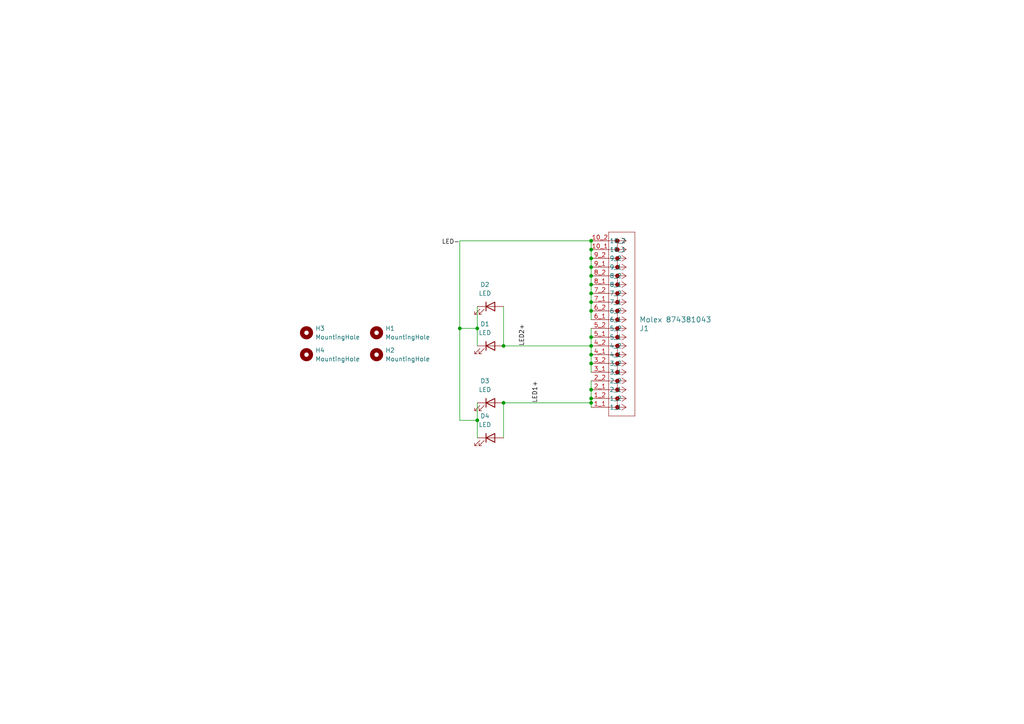
<source format=kicad_sch>
(kicad_sch (version 20250114) (generator "eeschema") (generator_version "9.0")
  (paper "A4")
  (lib_symbols
    (symbol "Device:LED" (pin_numbers (hide yes)) (pin_names (offset 1.016) (hide yes))
      (property "Reference" "D" (at 0 2.54 0))
      (property "Value" "LED" (at 0 -2.54 0))
      (symbol "LED_0_1"
        (polyline (pts (xy -3.048 -0.762) (xy -4.572 -2.286) (xy -3.81 -2.286) (xy -4.572 -2.286) (xy -4.572 -1.524)))
        (polyline (pts (xy -1.778 -0.762) (xy -3.302 -2.286) (xy -2.54 -2.286) (xy -3.302 -2.286) (xy -3.302 -1.524)))
        (polyline (pts (xy -1.27 0) (xy 1.27 0)))
        (polyline (pts (xy -1.27 -1.27) (xy -1.27 1.27)) (stroke (width 0.254)))
        (polyline (pts (xy 1.27 -1.27) (xy 1.27 1.27) (xy -1.27 0) (xy 1.27 -1.27)) (stroke (width 0.254)))
      )
      (symbol "LED_1_1"
        (pin passive line (at -3.81 0 0) (length 2.54) (name "K") (number "1"))
        (pin passive line (at 3.81 0 180) (length 2.54) (name "A") (number "2"))
      )
    )
    (symbol "Mechanical:MountingHole" (pin_names (offset 1.016)) (exclude_from_sim yes) (in_bom no)
      (property "Reference" "H" (at 0 5.08 0))
      (property "Value" "MountingHole" (at 0 3.175 0))
      (symbol "MountingHole_0_1"
        (circle (center 0 0) (radius 1.27) (stroke (width 1.27)))
      )
    )
    (symbol "MolexConnector:874381043" (pin_names (offset 0.254))
      (property "Reference" "J" (at 8.89 6.35 0))
      (property "Value" "874381043" (at 0 0 0))
      (symbol "874381043_1_1"
        (polyline (pts (xy 5.08 2.54) (xy 5.08 -50.8)) (stroke (width 0.127)))
        (polyline (pts (xy 5.08 -50.8) (xy 12.7 -50.8)) (stroke (width 0.127)))
        (polyline (pts (xy 7.62 0) (xy 7.62 -2.54)) (stroke (width 0.127)))
        (circle (center 7.62 0) (radius 0.127) (stroke (width 0.508)))
        (circle (center 7.62 -2.54) (radius 0.127) (stroke (width 0.508)))
        (polyline (pts (xy 7.62 -5.08) (xy 7.62 -7.62)) (stroke (width 0.127)))
        (circle (center 7.62 -5.08) (radius 0.127) (stroke (width 0.508)))
        (circle (center 7.62 -7.62) (radius 0.127) (stroke (width 0.508)))
        (polyline (pts (xy 7.62 -10.16) (xy 7.62 -12.7)) (stroke (width 0.127)))
        (circle (center 7.62 -10.16) (radius 0.127) (stroke (width 0.508)))
        (circle (center 7.62 -12.7) (radius 0.127) (stroke (width 0.508)))
        (polyline (pts (xy 7.62 -15.24) (xy 7.62 -17.78)) (stroke (width 0.127)))
        (circle (center 7.62 -15.24) (radius 0.127) (stroke (width 0.508)))
        (circle (center 7.62 -17.78) (radius 0.127) (stroke (width 0.508)))
        (polyline (pts (xy 7.62 -20.32) (xy 7.62 -22.86)) (stroke (width 0.127)))
        (circle (center 7.62 -20.32) (radius 0.127) (stroke (width 0.508)))
        (circle (center 7.62 -22.86) (radius 0.127) (stroke (width 0.508)))
        (polyline (pts (xy 7.62 -25.4) (xy 7.62 -27.94)) (stroke (width 0.127)))
        (circle (center 7.62 -25.4) (radius 0.127) (stroke (width 0.508)))
        (circle (center 7.62 -27.94) (radius 0.127) (stroke (width 0.508)))
        (polyline (pts (xy 7.62 -30.48) (xy 7.62 -33.02)) (stroke (width 0.127)))
        (circle (center 7.62 -30.48) (radius 0.127) (stroke (width 0.508)))
        (circle (center 7.62 -33.02) (radius 0.127) (stroke (width 0.508)))
        (polyline (pts (xy 7.62 -35.56) (xy 7.62 -38.1)) (stroke (width 0.127)))
        (circle (center 7.62 -35.56) (radius 0.127) (stroke (width 0.508)))
        (circle (center 7.62 -38.1) (radius 0.127) (stroke (width 0.508)))
        (polyline (pts (xy 7.62 -40.64) (xy 7.62 -43.18)) (stroke (width 0.127)))
        (circle (center 7.62 -40.64) (radius 0.127) (stroke (width 0.508)))
        (circle (center 7.62 -43.18) (radius 0.127) (stroke (width 0.508)))
        (polyline (pts (xy 7.62 -45.72) (xy 7.62 -48.26)) (stroke (width 0.127)))
        (circle (center 7.62 -45.72) (radius 0.127) (stroke (width 0.508)))
        (circle (center 7.62 -48.26) (radius 0.127) (stroke (width 0.508)))
        (polyline (pts (xy 10.16 0) (xy 5.08 0)) (stroke (width 0.127)))
        (polyline (pts (xy 10.16 0) (xy 8.89 0.8467)) (stroke (width 0.127)))
        (polyline (pts (xy 10.16 0) (xy 8.89 -0.8467)) (stroke (width 0.127)))
        (polyline (pts (xy 10.16 -2.54) (xy 5.08 -2.54)) (stroke (width 0.127)))
        (polyline (pts (xy 10.16 -2.54) (xy 8.89 -1.6933)) (stroke (width 0.127)))
        (polyline (pts (xy 10.16 -2.54) (xy 8.89 -3.3867)) (stroke (width 0.127)))
        (polyline (pts (xy 10.16 -5.08) (xy 5.08 -5.08)) (stroke (width 0.127)))
        (polyline (pts (xy 10.16 -5.08) (xy 8.89 -4.2333)) (stroke (width 0.127)))
        (polyline (pts (xy 10.16 -5.08) (xy 8.89 -5.9267)) (stroke (width 0.127)))
        (polyline (pts (xy 10.16 -7.62) (xy 5.08 -7.62)) (stroke (width 0.127)))
        (polyline (pts (xy 10.16 -7.62) (xy 8.89 -6.7733)) (stroke (width 0.127)))
        (polyline (pts (xy 10.16 -7.62) (xy 8.89 -8.4667)) (stroke (width 0.127)))
        (polyline (pts (xy 10.16 -10.16) (xy 5.08 -10.16)) (stroke (width 0.127)))
        (polyline (pts (xy 10.16 -10.16) (xy 8.89 -9.3133)) (stroke (width 0.127)))
        (polyline (pts (xy 10.16 -10.16) (xy 8.89 -11.0067)) (stroke (width 0.127)))
        (polyline (pts (xy 10.16 -12.7) (xy 5.08 -12.7)) (stroke (width 0.127)))
        (polyline (pts (xy 10.16 -12.7) (xy 8.89 -11.8533)) (stroke (width 0.127)))
        (polyline (pts (xy 10.16 -12.7) (xy 8.89 -13.5467)) (stroke (width 0.127)))
        (polyline (pts (xy 10.16 -15.24) (xy 5.08 -15.24)) (stroke (width 0.127)))
        (polyline (pts (xy 10.16 -15.24) (xy 8.89 -14.3933)) (stroke (width 0.127)))
        (polyline (pts (xy 10.16 -15.24) (xy 8.89 -16.0867)) (stroke (width 0.127)))
        (polyline (pts (xy 10.16 -17.78) (xy 5.08 -17.78)) (stroke (width 0.127)))
        (polyline (pts (xy 10.16 -17.78) (xy 8.89 -16.9333)) (stroke (width 0.127)))
        (polyline (pts (xy 10.16 -17.78) (xy 8.89 -18.6267)) (stroke (width 0.127)))
        (polyline (pts (xy 10.16 -20.32) (xy 5.08 -20.32)) (stroke (width 0.127)))
        (polyline (pts (xy 10.16 -20.32) (xy 8.89 -19.4733)) (stroke (width 0.127)))
        (polyline (pts (xy 10.16 -20.32) (xy 8.89 -21.1667)) (stroke (width 0.127)))
        (polyline (pts (xy 10.16 -22.86) (xy 5.08 -22.86)) (stroke (width 0.127)))
        (polyline (pts (xy 10.16 -22.86) (xy 8.89 -22.0133)) (stroke (width 0.127)))
        (polyline (pts (xy 10.16 -22.86) (xy 8.89 -23.7067)) (stroke (width 0.127)))
        (polyline (pts (xy 10.16 -25.4) (xy 5.08 -25.4)) (stroke (width 0.127)))
        (polyline (pts (xy 10.16 -25.4) (xy 8.89 -24.5533)) (stroke (width 0.127)))
        (polyline (pts (xy 10.16 -25.4) (xy 8.89 -26.2467)) (stroke (width 0.127)))
        (polyline (pts (xy 10.16 -27.94) (xy 5.08 -27.94)) (stroke (width 0.127)))
        (polyline (pts (xy 10.16 -27.94) (xy 8.89 -27.0933)) (stroke (width 0.127)))
        (polyline (pts (xy 10.16 -27.94) (xy 8.89 -28.7867)) (stroke (width 0.127)))
        (polyline (pts (xy 10.16 -30.48) (xy 5.08 -30.48)) (stroke (width 0.127)))
        (polyline (pts (xy 10.16 -30.48) (xy 8.89 -29.6333)) (stroke (width 0.127)))
        (polyline (pts (xy 10.16 -30.48) (xy 8.89 -31.3267)) (stroke (width 0.127)))
        (polyline (pts (xy 10.16 -33.02) (xy 5.08 -33.02)) (stroke (width 0.127)))
        (polyline (pts (xy 10.16 -33.02) (xy 8.89 -32.1733)) (stroke (width 0.127)))
        (polyline (pts (xy 10.16 -33.02) (xy 8.89 -33.8667)) (stroke (width 0.127)))
        (polyline (pts (xy 10.16 -35.56) (xy 5.08 -35.56)) (stroke (width 0.127)))
        (polyline (pts (xy 10.16 -35.56) (xy 8.89 -34.7133)) (stroke (width 0.127)))
        (polyline (pts (xy 10.16 -35.56) (xy 8.89 -36.4067)) (stroke (width 0.127)))
        (polyline (pts (xy 10.16 -38.1) (xy 5.08 -38.1)) (stroke (width 0.127)))
        (polyline (pts (xy 10.16 -38.1) (xy 8.89 -37.2533)) (stroke (width 0.127)))
        (polyline (pts (xy 10.16 -38.1) (xy 8.89 -38.9467)) (stroke (width 0.127)))
        (polyline (pts (xy 10.16 -40.64) (xy 5.08 -40.64)) (stroke (width 0.127)))
        (polyline (pts (xy 10.16 -40.64) (xy 8.89 -39.7933)) (stroke (width 0.127)))
        (polyline (pts (xy 10.16 -40.64) (xy 8.89 -41.4867)) (stroke (width 0.127)))
        (polyline (pts (xy 10.16 -43.18) (xy 5.08 -43.18)) (stroke (width 0.127)))
        (polyline (pts (xy 10.16 -43.18) (xy 8.89 -42.3333)) (stroke (width 0.127)))
        (polyline (pts (xy 10.16 -43.18) (xy 8.89 -44.0267)) (stroke (width 0.127)))
        (polyline (pts (xy 10.16 -45.72) (xy 5.08 -45.72)) (stroke (width 0.127)))
        (polyline (pts (xy 10.16 -45.72) (xy 8.89 -44.8733)) (stroke (width 0.127)))
        (polyline (pts (xy 10.16 -45.72) (xy 8.89 -46.5667)) (stroke (width 0.127)))
        (polyline (pts (xy 10.16 -48.26) (xy 5.08 -48.26)) (stroke (width 0.127)))
        (polyline (pts (xy 10.16 -48.26) (xy 8.89 -47.4133)) (stroke (width 0.127)))
        (polyline (pts (xy 10.16 -48.26) (xy 8.89 -49.1067)) (stroke (width 0.127)))
        (polyline (pts (xy 12.7 2.54) (xy 5.08 2.54)) (stroke (width 0.127)))
        (polyline (pts (xy 12.7 -50.8) (xy 12.7 2.54)) (stroke (width 0.127)))
        (pin unspecified line (at 0 0 0) (length 5.08) (name "1_1") (number "1_1"))
        (pin unspecified line (at 0 -2.54 0) (length 5.08) (name "1_2") (number "1_2"))
        (pin unspecified line (at 0 -5.08 0) (length 5.08) (name "2_1") (number "2_1"))
        (pin unspecified line (at 0 -7.62 0) (length 5.08) (name "2_2") (number "2_2"))
        (pin unspecified line (at 0 -10.16 0) (length 5.08) (name "3_1") (number "3_1"))
        (pin unspecified line (at 0 -12.7 0) (length 5.08) (name "3_2") (number "3_2"))
        (pin unspecified line (at 0 -15.24 0) (length 5.08) (name "4_1") (number "4_1"))
        (pin unspecified line (at 0 -17.78 0) (length 5.08) (name "4_2") (number "4_2"))
        (pin unspecified line (at 0 -20.32 0) (length 5.08) (name "5_1") (number "5_1"))
        (pin unspecified line (at 0 -22.86 0) (length 5.08) (name "5_2") (number "5_2"))
        (pin unspecified line (at 0 -25.4 0) (length 5.08) (name "6_1") (number "6_1"))
        (pin unspecified line (at 0 -27.94 0) (length 5.08) (name "6_2") (number "6_2"))
        (pin unspecified line (at 0 -30.48 0) (length 5.08) (name "7_1") (number "7_1"))
        (pin unspecified line (at 0 -33.02 0) (length 5.08) (name "7_2") (number "7_2"))
        (pin unspecified line (at 0 -35.56 0) (length 5.08) (name "8_1") (number "8_1"))
        (pin unspecified line (at 0 -38.1 0) (length 5.08) (name "8_2") (number "8_2"))
        (pin unspecified line (at 0 -40.64 0) (length 5.08) (name "9_1") (number "9_1"))
        (pin unspecified line (at 0 -43.18 0) (length 5.08) (name "9_2") (number "9_2"))
        (pin unspecified line (at 0 -45.72 0) (length 5.08) (name "10_1") (number "10_1"))
        (pin unspecified line (at 0 -48.26 0) (length 5.08) (name "10_2") (number "10_2"))
      )
      (symbol "874381043_1_2"
        (polyline (pts (xy 5.08 2.54) (xy 5.08 -50.8)) (stroke (width 0.127)))
        (polyline (pts (xy 5.08 -50.8) (xy 12.7 -50.8)) (stroke (width 0.127)))
        (polyline (pts (xy 6.35 0) (xy 6.35 -2.54)) (stroke (width 0.127)))
        (circle (center 6.35 0) (radius 0.127) (stroke (width 0.508)))
        (circle (center 6.35 -2.54) (radius 0.127) (stroke (width 0.508)))
        (polyline (pts (xy 6.35 -5.08) (xy 6.35 -7.62)) (stroke (width 0.127)))
        (circle (center 6.35 -5.08) (radius 0.127) (stroke (width 0.508)))
        (circle (center 6.35 -7.62) (radius 0.127) (stroke (width 0.508)))
        (polyline (pts (xy 6.35 -10.16) (xy 6.35 -12.7)) (stroke (width 0.127)))
        (circle (center 6.35 -10.16) (radius 0.127) (stroke (width 0.508)))
        (circle (center 6.35 -12.7) (radius 0.127) (stroke (width 0.508)))
        (polyline (pts (xy 6.35 -15.24) (xy 6.35 -17.78)) (stroke (width 0.127)))
        (circle (center 6.35 -15.24) (radius 0.127) (stroke (width 0.508)))
        (circle (center 6.35 -17.78) (radius 0.127) (stroke (width 0.508)))
        (polyline (pts (xy 6.35 -20.32) (xy 6.35 -22.86)) (stroke (width 0.127)))
        (circle (center 6.35 -20.32) (radius 0.127) (stroke (width 0.508)))
        (circle (center 6.35 -22.86) (radius 0.127) (stroke (width 0.508)))
        (polyline (pts (xy 6.35 -25.4) (xy 6.35 -27.94)) (stroke (width 0.127)))
        (circle (center 6.35 -25.4) (radius 0.127) (stroke (width 0.508)))
        (circle (center 6.35 -27.94) (radius 0.127) (stroke (width 0.508)))
        (polyline (pts (xy 6.35 -30.48) (xy 6.35 -33.02)) (stroke (width 0.127)))
        (circle (center 6.35 -30.48) (radius 0.127) (stroke (width 0.508)))
        (circle (center 6.35 -33.02) (radius 0.127) (stroke (width 0.508)))
        (polyline (pts (xy 6.35 -35.56) (xy 6.35 -38.1)) (stroke (width 0.127)))
        (circle (center 6.35 -35.56) (radius 0.127) (stroke (width 0.508)))
        (circle (center 6.35 -38.1) (radius 0.127) (stroke (width 0.508)))
        (polyline (pts (xy 6.35 -40.64) (xy 6.35 -43.18)) (stroke (width 0.127)))
        (circle (center 6.35 -40.64) (radius 0.127) (stroke (width 0.508)))
        (circle (center 6.35 -43.18) (radius 0.127) (stroke (width 0.508)))
        (polyline (pts (xy 6.35 -45.72) (xy 6.35 -48.26)) (stroke (width 0.127)))
        (circle (center 6.35 -45.72) (radius 0.127) (stroke (width 0.508)))
        (circle (center 6.35 -48.26) (radius 0.127) (stroke (width 0.508)))
        (polyline (pts (xy 7.62 0) (xy 5.08 0)) (stroke (width 0.127)))
        (polyline (pts (xy 7.62 0) (xy 8.89 0.8467)) (stroke (width 0.127)))
        (polyline (pts (xy 7.62 0) (xy 8.89 -0.8467)) (stroke (width 0.127)))
        (polyline (pts (xy 7.62 -2.54) (xy 5.08 -2.54)) (stroke (width 0.127)))
        (polyline (pts (xy 7.62 -2.54) (xy 8.89 -1.6933)) (stroke (width 0.127)))
        (polyline (pts (xy 7.62 -2.54) (xy 8.89 -3.3867)) (stroke (width 0.127)))
        (polyline (pts (xy 7.62 -5.08) (xy 5.08 -5.08)) (stroke (width 0.127)))
        (polyline (pts (xy 7.62 -5.08) (xy 8.89 -4.2333)) (stroke (width 0.127)))
        (polyline (pts (xy 7.62 -5.08) (xy 8.89 -5.9267)) (stroke (width 0.127)))
        (polyline (pts (xy 7.62 -7.62) (xy 5.08 -7.62)) (stroke (width 0.127)))
        (polyline (pts (xy 7.62 -7.62) (xy 8.89 -6.7733)) (stroke (width 0.127)))
        (polyline (pts (xy 7.62 -7.62) (xy 8.89 -8.4667)) (stroke (width 0.127)))
        (polyline (pts (xy 7.62 -10.16) (xy 5.08 -10.16)) (stroke (width 0.127)))
        (polyline (pts (xy 7.62 -10.16) (xy 8.89 -9.3133)) (stroke (width 0.127)))
        (polyline (pts (xy 7.62 -10.16) (xy 8.89 -11.0067)) (stroke (width 0.127)))
        (polyline (pts (xy 7.62 -12.7) (xy 5.08 -12.7)) (stroke (width 0.127)))
        (polyline (pts (xy 7.62 -12.7) (xy 8.89 -11.8533)) (stroke (width 0.127)))
        (polyline (pts (xy 7.62 -12.7) (xy 8.89 -13.5467)) (stroke (width 0.127)))
        (polyline (pts (xy 7.62 -15.24) (xy 5.08 -15.24)) (stroke (width 0.127)))
        (polyline (pts (xy 7.62 -15.24) (xy 8.89 -14.3933)) (stroke (width 0.127)))
        (polyline (pts (xy 7.62 -15.24) (xy 8.89 -16.0867)) (stroke (width 0.127)))
        (polyline (pts (xy 7.62 -17.78) (xy 5.08 -17.78)) (stroke (width 0.127)))
        (polyline (pts (xy 7.62 -17.78) (xy 8.89 -16.9333)) (stroke (width 0.127)))
        (polyline (pts (xy 7.62 -17.78) (xy 8.89 -18.6267)) (stroke (width 0.127)))
        (polyline (pts (xy 7.62 -20.32) (xy 5.08 -20.32)) (stroke (width 0.127)))
        (polyline (pts (xy 7.62 -20.32) (xy 8.89 -19.4733)) (stroke (width 0.127)))
        (polyline (pts (xy 7.62 -20.32) (xy 8.89 -21.1667)) (stroke (width 0.127)))
        (polyline (pts (xy 7.62 -22.86) (xy 5.08 -22.86)) (stroke (width 0.127)))
        (polyline (pts (xy 7.62 -22.86) (xy 8.89 -22.0133)) (stroke (width 0.127)))
        (polyline (pts (xy 7.62 -22.86) (xy 8.89 -23.7067)) (stroke (width 0.127)))
        (polyline (pts (xy 7.62 -25.4) (xy 5.08 -25.4)) (stroke (width 0.127)))
        (polyline (pts (xy 7.62 -25.4) (xy 8.89 -24.5533)) (stroke (width 0.127)))
        (polyline (pts (xy 7.62 -25.4) (xy 8.89 -26.2467)) (stroke (width 0.127)))
        (polyline (pts (xy 7.62 -27.94) (xy 5.08 -27.94)) (stroke (width 0.127)))
        (polyline (pts (xy 7.62 -27.94) (xy 8.89 -27.0933)) (stroke (width 0.127)))
        (polyline (pts (xy 7.62 -27.94) (xy 8.89 -28.7867)) (stroke (width 0.127)))
        (polyline (pts (xy 7.62 -30.48) (xy 5.08 -30.48)) (stroke (width 0.127)))
        (polyline (pts (xy 7.62 -30.48) (xy 8.89 -29.6333)) (stroke (width 0.127)))
        (polyline (pts (xy 7.62 -30.48) (xy 8.89 -31.3267)) (stroke (width 0.127)))
        (polyline (pts (xy 7.62 -33.02) (xy 5.08 -33.02)) (stroke (width 0.127)))
        (polyline (pts (xy 7.62 -33.02) (xy 8.89 -32.1733)) (stroke (width 0.127)))
        (polyline (pts (xy 7.62 -33.02) (xy 8.89 -33.8667)) (stroke (width 0.127)))
        (polyline (pts (xy 7.62 -35.56) (xy 5.08 -35.56)) (stroke (width 0.127)))
        (polyline (pts (xy 7.62 -35.56) (xy 8.89 -34.7133)) (stroke (width 0.127)))
        (polyline (pts (xy 7.62 -35.56) (xy 8.89 -36.4067)) (stroke (width 0.127)))
        (polyline (pts (xy 7.62 -38.1) (xy 5.08 -38.1)) (stroke (width 0.127)))
        (polyline (pts (xy 7.62 -38.1) (xy 8.89 -37.2533)) (stroke (width 0.127)))
        (polyline (pts (xy 7.62 -38.1) (xy 8.89 -38.9467)) (stroke (width 0.127)))
        (polyline (pts (xy 7.62 -40.64) (xy 5.08 -40.64)) (stroke (width 0.127)))
        (polyline (pts (xy 7.62 -40.64) (xy 8.89 -39.7933)) (stroke (width 0.127)))
        (polyline (pts (xy 7.62 -40.64) (xy 8.89 -41.4867)) (stroke (width 0.127)))
        (polyline (pts (xy 7.62 -43.18) (xy 5.08 -43.18)) (stroke (width 0.127)))
        (polyline (pts (xy 7.62 -43.18) (xy 8.89 -42.3333)) (stroke (width 0.127)))
        (polyline (pts (xy 7.62 -43.18) (xy 8.89 -44.0267)) (stroke (width 0.127)))
        (polyline (pts (xy 7.62 -45.72) (xy 5.08 -45.72)) (stroke (width 0.127)))
        (polyline (pts (xy 7.62 -45.72) (xy 8.89 -44.8733)) (stroke (width 0.127)))
        (polyline (pts (xy 7.62 -45.72) (xy 8.89 -46.5667)) (stroke (width 0.127)))
        (polyline (pts (xy 7.62 -48.26) (xy 5.08 -48.26)) (stroke (width 0.127)))
        (polyline (pts (xy 7.62 -48.26) (xy 8.89 -47.4133)) (stroke (width 0.127)))
        (polyline (pts (xy 7.62 -48.26) (xy 8.89 -49.1067)) (stroke (width 0.127)))
        (polyline (pts (xy 12.7 2.54) (xy 5.08 2.54)) (stroke (width 0.127)))
        (polyline (pts (xy 12.7 -50.8) (xy 12.7 2.54)) (stroke (width 0.127)))
        (pin unspecified line (at 0 0 0) (length 5.08) (name "1_1") (number "1_1"))
        (pin unspecified line (at 0 -2.54 0) (length 5.08) (name "1_2") (number "1_2"))
        (pin unspecified line (at 0 -5.08 0) (length 5.08) (name "2_1") (number "2_1"))
        (pin unspecified line (at 0 -7.62 0) (length 5.08) (name "2_2") (number "2_2"))
        (pin unspecified line (at 0 -10.16 0) (length 5.08) (name "3_1") (number "3_1"))
        (pin unspecified line (at 0 -12.7 0) (length 5.08) (name "3_2") (number "3_2"))
        (pin unspecified line (at 0 -15.24 0) (length 5.08) (name "4_1") (number "4_1"))
        (pin unspecified line (at 0 -17.78 0) (length 5.08) (name "4_2") (number "4_2"))
        (pin unspecified line (at 0 -20.32 0) (length 5.08) (name "5_1") (number "5_1"))
        (pin unspecified line (at 0 -22.86 0) (length 5.08) (name "5_2") (number "5_2"))
        (pin unspecified line (at 0 -25.4 0) (length 5.08) (name "6_1") (number "6_1"))
        (pin unspecified line (at 0 -27.94 0) (length 5.08) (name "6_2") (number "6_2"))
        (pin unspecified line (at 0 -30.48 0) (length 5.08) (name "7_1") (number "7_1"))
        (pin unspecified line (at 0 -33.02 0) (length 5.08) (name "7_2") (number "7_2"))
        (pin unspecified line (at 0 -35.56 0) (length 5.08) (name "8_1") (number "8_1"))
        (pin unspecified line (at 0 -38.1 0) (length 5.08) (name "8_2") (number "8_2"))
        (pin unspecified line (at 0 -40.64 0) (length 5.08) (name "9_1") (number "9_1"))
        (pin unspecified line (at 0 -43.18 0) (length 5.08) (name "9_2") (number "9_2"))
        (pin unspecified line (at 0 -45.72 0) (length 5.08) (name "10_1") (number "10_1"))
        (pin unspecified line (at 0 -48.26 0) (length 5.08) (name "10_2") (number "10_2"))
      )
    )
  )
  (junction (at 171.45 105.41))
  (junction (at 171.45 85.09))
  (junction (at 171.45 97.79))
  (junction (at 171.45 100.33))
  (junction (at 171.45 72.39))
  (junction (at 138.43 121.92))
  (junction (at 171.45 82.55))
  (junction (at 146.05 116.84))
  (junction (at 171.45 116.84))
  (junction (at 133.35 95.25))
  (junction (at 171.45 77.47))
  (junction (at 171.45 87.63))
  (junction (at 146.05 100.33))
  (junction (at 171.45 80.01))
  (junction (at 171.45 90.17))
  (junction (at 171.45 113.03))
  (junction (at 138.43 95.25))
  (junction (at 171.45 74.93))
  (junction (at 171.45 69.85))
  (junction (at 171.45 102.87))
  (junction (at 171.45 115.57))
  (wire (pts (xy 133.35 69.85) (xy 171.45 69.85)))
  (wire (pts (xy 171.45 105.41) (xy 171.45 107.95)))
  (wire (pts (xy 171.45 74.93) (xy 171.45 77.47)))
  (wire (pts (xy 146.05 100.33) (xy 171.45 100.33)))
  (wire (pts (xy 138.43 121.92) (xy 138.43 127)))
  (wire (pts (xy 133.35 95.25) (xy 133.35 121.92)))
  (wire (pts (xy 171.45 85.09) (xy 171.45 87.63)))
  (wire (pts (xy 171.45 72.39) (xy 171.45 74.93)))
  (wire (pts (xy 146.05 116.84) (xy 171.45 116.84)))
  (wire (pts (xy 138.43 95.25) (xy 133.35 95.25)))
  (wire (pts (xy 171.45 80.01) (xy 171.45 82.55)))
  (wire (pts (xy 138.43 116.84) (xy 138.43 121.92)))
  (wire (pts (xy 171.45 77.47) (xy 171.45 80.01)))
  (wire (pts (xy 171.45 95.25) (xy 171.45 97.79)))
  (wire (pts (xy 171.45 87.63) (xy 171.45 90.17)))
  (wire (pts (xy 171.45 102.87) (xy 171.45 105.41)))
  (wire (pts (xy 146.05 116.84) (xy 146.05 127)))
  (wire (pts (xy 171.45 69.85) (xy 171.45 72.39)))
  (wire (pts (xy 171.45 97.79) (xy 171.45 100.33)))
  (wire (pts (xy 171.45 113.03) (xy 171.45 115.57)))
  (wire (pts (xy 171.45 90.17) (xy 171.45 92.71)))
  (wire (pts (xy 171.45 115.57) (xy 171.45 116.84)))
  (wire (pts (xy 138.43 88.9) (xy 138.43 95.25)))
  (wire (pts (xy 146.05 88.9) (xy 146.05 100.33)))
  (wire (pts (xy 171.45 100.33) (xy 171.45 102.87)))
  (wire (pts (xy 133.35 121.92) (xy 138.43 121.92)))
  (wire (pts (xy 171.45 82.55) (xy 171.45 85.09)))
  (wire (pts (xy 133.35 95.25) (xy 133.35 69.85)))
  (wire (pts (xy 171.45 110.49) (xy 171.45 113.03)))
  (wire (pts (xy 138.43 95.25) (xy 138.43 100.33)))
  (wire (pts (xy 171.45 116.84) (xy 171.45 118.11)))
  (label "LED1+" (at 156.21 116.84 90))
  (label "LED-" (at 133.35 71.12 180))
  (label "LED2+" (at 152.4 100.33 90))
  (symbol (lib_id "Mechanical:MountingHole") (at 109.22 102.87 0) (unit 1) (exclude_from_sim yes) (in_bom no)
    (property "Reference" "H2" (at 111.76 101.5999 0) (effects (justify left)))
    (property "Value" "MountingHole" (at 111.76 104.1399 0) (effects (justify left)))
    (property "Footprint" "LaughingsSynthFootprints:0dot093_inch_mechanical_hole" (effects (hide yes)))
    (property "Description" "Mounting Hole without connection" (effects (hide yes)))
  )
  (symbol (lib_id "Mechanical:MountingHole") (at 109.22 96.52 0) (unit 1) (exclude_from_sim yes) (in_bom no)
    (property "Reference" "H1" (at 111.76 95.2499 0) (effects (justify left)))
    (property "Value" "MountingHole" (at 111.76 97.7899 0) (effects (justify left)))
    (property "Footprint" "LaughingsSynthFootprints:0dot093_inch_mechanical_hole" (effects (hide yes)))
    (property "Description" "Mounting Hole without connection" (effects (hide yes)))
  )
  (symbol (lib_id "Device:LED") (at 142.24 116.84 0) (unit 1)
    (property "Reference" "D3" (at 140.6525 110.49 0))
    (property "Value" "LED" (at 140.6525 113.03 0))
    (property "Footprint" "LED_SMD:LED_Cree-XQ" (effects (hide yes)))
    (property "Datasheet" "https://lumileds.com/wp-content/uploads/files/DS178.pdf" (effects (hide yes)))
    (property "Description" "Lumileds L1F3-U400200012000" (effects (hide yes)))
    (property "Sim.Pins" "1=K 2=A" (effects (hide yes)))
  )
  (symbol (lib_id "Device:LED") (at 142.24 88.9 0) (unit 1)
    (property "Reference" "D2" (at 140.6525 82.55 0))
    (property "Value" "LED" (at 140.6525 85.09 0))
    (property "Footprint" "LED_SMD:LED_Cree-XQ" (effects (hide yes)))
    (property "Datasheet" "https://lumileds.com/wp-content/uploads/files/DS178.pdf" (effects (hide yes)))
    (property "Description" "Lumileds L1F3-U400200012000" (effects (hide yes)))
    (property "Sim.Pins" "1=K 2=A" (effects (hide yes)))
  )
  (symbol (lib_id "MolexConnector:874381043") (at 171.45 118.11 0) (mirror x) (unit 1)
    (property "Reference" "J1" (at 185.42 95.2501 0) (effects (font (size 1.524 1.524)) (justify left)))
    (property "Value" "Molex 874381043" (at 185.42 92.7101 0) (effects (font (size 1.524 1.524)) (justify left)))
    (property "Footprint" "LEDBoardLibrary:CONN_874380231-SD_10_MOL" (effects (hide yes)))
    (property "Datasheet" "874381043" (effects (hide yes)))
  )
  (symbol (lib_id "Mechanical:MountingHole") (at 88.9 96.52 0) (unit 1) (exclude_from_sim yes) (in_bom no)
    (property "Reference" "H3" (at 91.44 95.2499 0) (effects (justify left)))
    (property "Value" "MountingHole" (at 91.44 97.7899 0) (effects (justify left)))
    (property "Footprint" "LaughingsSynthFootprints:0dot060_inch_mechanical_hole" (effects (hide yes)))
    (property "Description" "Mounting Hole without connection" (effects (hide yes)))
  )
  (symbol (lib_id "Mechanical:MountingHole") (at 88.9 102.87 0) (unit 1) (exclude_from_sim yes) (in_bom no)
    (property "Reference" "H4" (at 91.44 101.5999 0) (effects (justify left)))
    (property "Value" "MountingHole" (at 91.44 104.1399 0) (effects (justify left)))
    (property "Footprint" "LaughingsSynthFootprints:0dot060_inch_mechanical_hole" (effects (hide yes)))
    (property "Description" "Mounting Hole without connection" (effects (hide yes)))
  )
  (symbol (lib_id "Device:LED") (at 142.24 100.33 0) (unit 1)
    (property "Reference" "D1" (at 140.6525 93.98 0))
    (property "Value" "LED" (at 140.6525 96.52 0))
    (property "Footprint" "LED_SMD:LED_Cree-XQ" (effects (hide yes)))
    (property "Datasheet" "https://lumileds.com/wp-content/uploads/files/DS178.pdf" (effects (hide yes)))
    (property "Description" "Lumileds L1F3-U400200012000" (effects (hide yes)))
    (property "Sim.Pins" "1=K 2=A" (effects (hide yes)))
  )
  (symbol (lib_id "Device:LED") (at 142.24 127 0) (unit 1)
    (property "Reference" "D4" (at 140.6525 120.65 0))
    (property "Value" "LED" (at 140.6525 123.19 0))
    (property "Footprint" "LED_SMD:LED_Cree-XQ" (effects (hide yes)))
    (property "Datasheet" "https://lumileds.com/wp-content/uploads/files/DS178.pdf" (effects (hide yes)))
    (property "Description" "Lumileds L1F3-U400200012000" (effects (hide yes)))
    (property "Sim.Pins" "1=K 2=A" (effects (hide yes)))
  )
)
</source>
